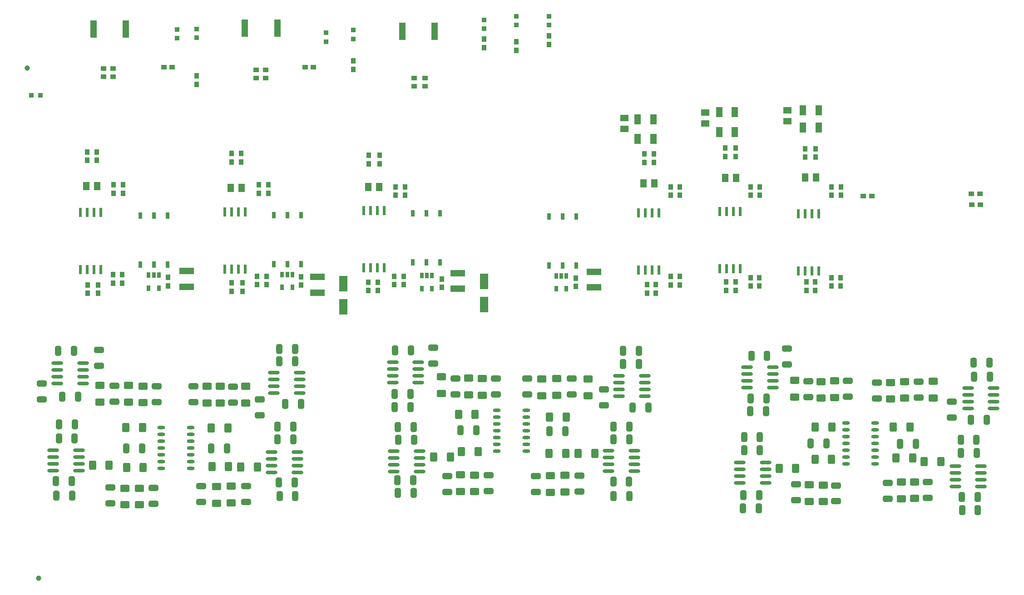
<source format=gbr>
%TF.GenerationSoftware,KiCad,Pcbnew,(5.99.0-10177-gd878cbddbc)*%
%TF.CreationDate,2021-05-16T23:38:29+02:00*%
%TF.ProjectId,PowerMeterDeng,506f7765-724d-4657-9465-7244656e672e,rev?*%
%TF.SameCoordinates,Original*%
%TF.FileFunction,Paste,Top*%
%TF.FilePolarity,Positive*%
%FSLAX46Y46*%
G04 Gerber Fmt 4.6, Leading zero omitted, Abs format (unit mm)*
G04 Created by KiCad (PCBNEW (5.99.0-10177-gd878cbddbc)) date 2021-05-16 23:38:29*
%MOMM*%
%LPD*%
G01*
G04 APERTURE LIST*
G04 Aperture macros list*
%AMRoundRect*
0 Rectangle with rounded corners*
0 $1 Rounding radius*
0 $2 $3 $4 $5 $6 $7 $8 $9 X,Y pos of 4 corners*
0 Add a 4 corners polygon primitive as box body*
4,1,4,$2,$3,$4,$5,$6,$7,$8,$9,$2,$3,0*
0 Add four circle primitives for the rounded corners*
1,1,$1+$1,$2,$3*
1,1,$1+$1,$4,$5*
1,1,$1+$1,$6,$7*
1,1,$1+$1,$8,$9*
0 Add four rect primitives between the rounded corners*
20,1,$1+$1,$2,$3,$4,$5,0*
20,1,$1+$1,$4,$5,$6,$7,0*
20,1,$1+$1,$6,$7,$8,$9,0*
20,1,$1+$1,$8,$9,$2,$3,0*%
G04 Aperture macros list end*
%ADD10R,0.939800X0.990600*%
%ADD11O,2.200001X0.599999*%
%ADD12RoundRect,0.250000X0.400000X0.625000X-0.400000X0.625000X-0.400000X-0.625000X0.400000X-0.625000X0*%
%ADD13RoundRect,0.250000X-0.650000X0.325000X-0.650000X-0.325000X0.650000X-0.325000X0.650000X0.325000X0*%
%ADD14RoundRect,0.249550X-0.650450X0.325450X-0.650450X-0.325450X0.650450X-0.325450X0.650450X0.325450X0*%
%ADD15RoundRect,0.250000X-0.400000X-0.625000X0.400000X-0.625000X0.400000X0.625000X-0.400000X0.625000X0*%
%ADD16RoundRect,0.250000X0.650000X-0.325000X0.650000X0.325000X-0.650000X0.325000X-0.650000X-0.325000X0*%
%ADD17RoundRect,0.249550X0.650450X-0.325450X0.650450X0.325450X-0.650450X0.325450X-0.650450X-0.325450X0*%
%ADD18RoundRect,0.250000X0.625000X-0.400000X0.625000X0.400000X-0.625000X0.400000X-0.625000X-0.400000X0*%
%ADD19RoundRect,0.250000X0.325000X0.650000X-0.325000X0.650000X-0.325000X-0.650000X0.325000X-0.650000X0*%
%ADD20RoundRect,0.249550X0.325450X0.650450X-0.325450X0.650450X-0.325450X-0.650450X0.325450X-0.650450X0*%
%ADD21R,0.990600X0.939800*%
%ADD22R,2.692400X1.295400*%
%ADD23R,0.812800X0.812800*%
%ADD24RoundRect,0.250000X-0.325000X-0.650000X0.325000X-0.650000X0.325000X0.650000X-0.325000X0.650000X0*%
%ADD25RoundRect,0.249550X-0.325450X-0.650450X0.325450X-0.650450X0.325450X0.650450X-0.325450X0.650450X0*%
%ADD26RoundRect,0.249600X-0.625400X0.400400X-0.625400X-0.400400X0.625400X-0.400400X0.625400X0.400400X0*%
%ADD27RoundRect,0.250000X-0.625000X0.400000X-0.625000X-0.400000X0.625000X-0.400000X0.625000X0.400000X0*%
%ADD28R,1.295400X1.828800*%
%ADD29R,1.210000X3.320000*%
%ADD30R,0.635000X1.270000*%
%ADD31RoundRect,0.249600X0.625400X-0.400400X0.625400X0.400400X-0.625400X0.400400X-0.625400X-0.400400X0*%
%ADD32R,0.635000X1.092200*%
%ADD33R,0.600000X1.800000*%
%ADD34C,0.990600*%
%ADD35R,1.270000X1.600200*%
%ADD36R,1.600200X1.270000*%
%ADD37O,1.450000X0.599999*%
%ADD38R,1.574800X2.997200*%
G04 APERTURE END LIST*
D10*
%TO.C,R4*%
X93786800Y-49199800D03*
X93786800Y-50774600D03*
%TD*%
%TO.C,C43*%
X217459400Y-55727600D03*
X217459400Y-57302400D03*
%TD*%
D11*
%TO.C,U31*%
X148997199Y-88458400D03*
X148997199Y-89728400D03*
X148997199Y-90998400D03*
X148997199Y-92268400D03*
X153797199Y-92268400D03*
X153797199Y-90998400D03*
X153797199Y-89728400D03*
X153797199Y-88458400D03*
%TD*%
D12*
%TO.C,R109*%
X181357200Y-98651200D03*
X178257200Y-98651200D03*
%TD*%
D11*
%TO.C,U29*%
X131228800Y-108991400D03*
X131228800Y-107721400D03*
X131228800Y-106451400D03*
X131228800Y-105181400D03*
X126428800Y-105181400D03*
X126428800Y-106451400D03*
X126428800Y-107721400D03*
X126428800Y-108991400D03*
%TD*%
D13*
%TO.C,C196*%
X188422999Y-93518600D03*
D14*
X188422999Y-96468600D03*
%TD*%
D13*
%TO.C,C24*%
X96367600Y-111783000D03*
D14*
X96367600Y-114733000D03*
%TD*%
D15*
%TO.C,R30*%
X99237200Y-100584000D03*
X102337200Y-100584000D03*
%TD*%
D16*
%TO.C,C210*%
X222478600Y-88876400D03*
D17*
X222478600Y-85926400D03*
%TD*%
D15*
%TO.C,R113*%
X178155600Y-105458400D03*
X181255600Y-105458400D03*
%TD*%
D18*
%TO.C,R50*%
X116179600Y-114732400D03*
X116179600Y-111632400D03*
%TD*%
D19*
%TO.C,C222*%
X257913400Y-105333800D03*
D20*
X254963400Y-105333800D03*
%TD*%
D21*
%TO.C,FB6*%
X155051600Y-35458400D03*
X155051600Y-36931600D03*
%TD*%
D20*
%TO.C,C186*%
X118111800Y-104495600D03*
D19*
X115161800Y-104495600D03*
%TD*%
%TO.C,C223*%
X257862600Y-102920800D03*
D20*
X254912600Y-102920800D03*
%TD*%
D13*
%TO.C,C22*%
X105003600Y-92911400D03*
X105003600Y-95861400D03*
%TD*%
D10*
%TO.C,C31*%
X98739800Y-55346600D03*
X98739800Y-56921400D03*
%TD*%
D15*
%TO.C,R112*%
X183609399Y-105433000D03*
X186709399Y-105433000D03*
%TD*%
%TO.C,R42*%
X115188400Y-100736400D03*
X118288400Y-100736400D03*
%TD*%
D19*
%TO.C,C215*%
X260252000Y-88504200D03*
D20*
X257302000Y-88504200D03*
%TD*%
D22*
%TO.C,C25*%
X161096800Y-74726800D03*
X161096800Y-71831200D03*
%TD*%
D23*
%TO.C,D2*%
X108772800Y-27990800D03*
X108772800Y-26365200D03*
%TD*%
D12*
%TO.C,R46*%
X123774800Y-108000800D03*
X120674800Y-108000800D03*
%TD*%
D23*
%TO.C,D6*%
X166049800Y-26212800D03*
X166049800Y-24587200D03*
%TD*%
D12*
%TO.C,R48*%
X118390000Y-107899200D03*
X115290000Y-107899200D03*
%TD*%
D24*
%TO.C,C213*%
X215745800Y-95224600D03*
D25*
X218695800Y-95224600D03*
%TD*%
D26*
%TO.C,R110*%
X179629400Y-91487800D03*
D27*
X179629400Y-94587800D03*
%TD*%
D24*
%TO.C,C204*%
X190194000Y-113434000D03*
D25*
X193144000Y-113434000D03*
%TD*%
D10*
%TO.C,C56*%
X151038400Y-72415400D03*
X151038400Y-73990200D03*
%TD*%
%TO.C,C62*%
X217383200Y-72669400D03*
X217383200Y-74244200D03*
%TD*%
D19*
%TO.C,C202*%
X193144000Y-100454600D03*
D20*
X190194000Y-100454600D03*
%TD*%
D10*
%TO.C,C38*%
X151292400Y-55727600D03*
X151292400Y-57302400D03*
%TD*%
D28*
%TO.C,R72*%
X209890200Y-41808400D03*
X212785800Y-41808400D03*
%TD*%
D22*
%TO.C,C14*%
X134934800Y-75438000D03*
X134934800Y-72542400D03*
%TD*%
D21*
%TO.C,C52*%
X256921000Y-57048400D03*
X258495800Y-57048400D03*
%TD*%
D10*
%TO.C,C5*%
X107121800Y-74193400D03*
X107121800Y-72618600D03*
%TD*%
%TO.C,R26*%
X146593400Y-49860200D03*
X146593400Y-51435000D03*
%TD*%
%TO.C,R57*%
X178140200Y-27584400D03*
X178140200Y-29159200D03*
%TD*%
D18*
%TO.C,R111*%
X176759200Y-94664000D03*
X176759200Y-91564000D03*
%TD*%
D10*
%TO.C,C8*%
X149539800Y-57302400D03*
X149539800Y-55727600D03*
%TD*%
D28*
%TO.C,R84*%
X225511200Y-44627800D03*
X228406800Y-44627800D03*
%TD*%
D27*
%TO.C,R131*%
X241858800Y-92201400D03*
X241858800Y-95301400D03*
%TD*%
D29*
%TO.C,R9*%
X121435000Y-26111200D03*
X127485000Y-26111200D03*
%TD*%
D19*
%TO.C,C207*%
X164569000Y-101165800D03*
D20*
X161619000Y-101165800D03*
%TD*%
D15*
%TO.C,R129*%
X242340800Y-100558600D03*
X245440800Y-100558600D03*
%TD*%
D10*
%TO.C,C3*%
X124012800Y-56921400D03*
X124012800Y-55346600D03*
%TD*%
D27*
%TO.C,R36*%
X99060000Y-111937200D03*
D26*
X99060000Y-115037200D03*
%TD*%
D18*
%TO.C,R38*%
X121564400Y-96038000D03*
X121564400Y-92938000D03*
%TD*%
D12*
%TO.C,R132*%
X224155600Y-108204000D03*
X221055600Y-108204000D03*
%TD*%
D24*
%TO.C,C212*%
X215644200Y-97586800D03*
D25*
X218594200Y-97586800D03*
%TD*%
D10*
%TO.C,C64*%
X215706800Y-74244200D03*
X215706800Y-72669400D03*
%TD*%
D24*
%TO.C,C216*%
X256794000Y-99197600D03*
D25*
X259744000Y-99197600D03*
%TD*%
D19*
%TO.C,C227*%
X229870000Y-103581200D03*
D20*
X226920000Y-103581200D03*
%TD*%
D30*
%TO.C,T2*%
X126806800Y-70104000D03*
X129346800Y-70104000D03*
X131886800Y-70104000D03*
X131886800Y-60985400D03*
X129346800Y-60985400D03*
X126806800Y-60985400D03*
%TD*%
D31*
%TO.C,R122*%
X161664399Y-112545000D03*
D18*
X161664399Y-109445000D03*
%TD*%
D13*
%TO.C,C164*%
X248742200Y-110793000D03*
D14*
X248742200Y-113743000D03*
%TD*%
D13*
%TO.C,C48*%
X159175199Y-109672400D03*
D14*
X159175199Y-112622400D03*
%TD*%
D22*
%TO.C,C50*%
X186547600Y-74472800D03*
X186547600Y-71577200D03*
%TD*%
D16*
%TO.C,C35*%
X119227600Y-95963000D03*
D17*
X119227600Y-93013000D03*
%TD*%
D13*
%TO.C,C29*%
X104444800Y-111910600D03*
X104444800Y-114860600D03*
%TD*%
D10*
%TO.C,C19*%
X230819800Y-57302400D03*
X230819800Y-55727600D03*
%TD*%
D19*
%TO.C,C191*%
X152440399Y-86223200D03*
D20*
X149490399Y-86223200D03*
%TD*%
D30*
%TO.C,T1*%
X101914800Y-70231000D03*
X104454800Y-70231000D03*
X106994800Y-70231000D03*
X106994800Y-61112400D03*
X104454800Y-61112400D03*
X101914800Y-61112400D03*
%TD*%
D21*
%TO.C,FB5*%
X153019600Y-35458400D03*
X153019600Y-36931600D03*
%TD*%
D11*
%TO.C,U36*%
X215074800Y-89357200D03*
X215074800Y-90627200D03*
X215074800Y-91897200D03*
X215074800Y-93167200D03*
X219874800Y-93167200D03*
X219874800Y-91897200D03*
X219874800Y-90627200D03*
X219874800Y-89357200D03*
%TD*%
D13*
%TO.C,C41*%
X175685199Y-109672400D03*
X175685199Y-112622400D03*
%TD*%
D16*
%TO.C,C158*%
X226517200Y-94947000D03*
D17*
X226517200Y-91997000D03*
%TD*%
D32*
%TO.C,U4*%
X130286600Y-72085200D03*
X129346800Y-72085200D03*
X128407000Y-72085200D03*
X128407000Y-74472800D03*
X130286600Y-74472800D03*
%TD*%
D27*
%TO.C,R115*%
X178402999Y-109622800D03*
X178402999Y-112722800D03*
%TD*%
D32*
%TO.C,U10*%
X181391400Y-72339200D03*
X180451600Y-72339200D03*
X179511800Y-72339200D03*
X179511800Y-74726800D03*
X181391400Y-74726800D03*
%TD*%
D33*
%TO.C,U12*%
X213791800Y-60309700D03*
X212521800Y-60309700D03*
X211251800Y-60309700D03*
X209981800Y-60309700D03*
X209981800Y-70969700D03*
X211251800Y-70969700D03*
X212521800Y-70969700D03*
X213791800Y-70969700D03*
%TD*%
D19*
%TO.C,C183*%
X130508800Y-100482400D03*
D20*
X127558800Y-100482400D03*
%TD*%
D19*
%TO.C,C219*%
X217476600Y-102387400D03*
D20*
X214526600Y-102387400D03*
%TD*%
D34*
%TO.C,FID1*%
X80832800Y-33528000D03*
%TD*%
D10*
%TO.C,R12*%
X118932800Y-73634600D03*
X118932800Y-75209400D03*
%TD*%
D34*
%TO.C,FID2*%
X83007200Y-128727200D03*
%TD*%
D19*
%TO.C,C194*%
X194940199Y-86281400D03*
D20*
X191990199Y-86281400D03*
%TD*%
D10*
%TO.C,R3*%
X92135800Y-74015600D03*
X92135800Y-75590400D03*
%TD*%
D32*
%TO.C,U2*%
X105394600Y-72212200D03*
X104454800Y-72212200D03*
X103515000Y-72212200D03*
X103515000Y-74599800D03*
X105394600Y-74599800D03*
%TD*%
D11*
%TO.C,U33*%
X195992199Y-94790400D03*
X195992199Y-93520400D03*
X195992199Y-92250400D03*
X195992199Y-90980400D03*
X191192199Y-90980400D03*
X191192199Y-92250400D03*
X191192199Y-93520400D03*
X191192199Y-94790400D03*
%TD*%
D16*
%TO.C,C37*%
X113284000Y-114505000D03*
X113284000Y-111555000D03*
%TD*%
D10*
%TO.C,C70*%
X230845200Y-74218800D03*
X230845200Y-72644000D03*
%TD*%
D11*
%TO.C,U28*%
X131686000Y-94208600D03*
X131686000Y-92938600D03*
X131686000Y-91668600D03*
X131686000Y-90398600D03*
X126886000Y-90398600D03*
X126886000Y-91668600D03*
X126886000Y-92938600D03*
X126886000Y-94208600D03*
%TD*%
D24*
%TO.C,C197*%
X193735598Y-96898600D03*
D25*
X196685598Y-96898600D03*
%TD*%
D35*
%TO.C,C2*%
X93913800Y-55575200D03*
X91881800Y-55575200D03*
%TD*%
D10*
%TO.C,R86*%
X225917600Y-48615600D03*
X225917600Y-50190400D03*
%TD*%
D23*
%TO.C,D11*%
X178191000Y-25501600D03*
X178191000Y-23876000D03*
%TD*%
D18*
%TO.C,R118*%
X163195600Y-94537000D03*
D31*
X163195600Y-91437000D03*
%TD*%
D35*
%TO.C,C61*%
X213039800Y-54076600D03*
X211007800Y-54076600D03*
%TD*%
D11*
%TO.C,U37*%
X261075400Y-97089400D03*
X261075400Y-95819400D03*
X261075400Y-94549400D03*
X261075400Y-93279400D03*
X256275400Y-93279400D03*
X256275400Y-94549400D03*
X256275400Y-95819400D03*
X256275400Y-97089400D03*
%TD*%
D10*
%TO.C,C54*%
X125460600Y-72415400D03*
X125460600Y-73990200D03*
%TD*%
D15*
%TO.C,R125*%
X227761200Y-100558600D03*
X230861200Y-100558600D03*
%TD*%
D35*
%TO.C,C9*%
X120863200Y-55880000D03*
X118831200Y-55880000D03*
%TD*%
D10*
%TO.C,R7*%
X112455800Y-35026600D03*
X112455800Y-36601400D03*
%TD*%
D22*
%TO.C,C6*%
X110550800Y-74345800D03*
X110550800Y-71450200D03*
%TD*%
D24*
%TO.C,C225*%
X255141200Y-113614200D03*
D25*
X258091200Y-113614200D03*
%TD*%
D20*
%TO.C,C206*%
X181180600Y-101267400D03*
D19*
X178230600Y-101267400D03*
%TD*%
D26*
%TO.C,R126*%
X228879400Y-92049000D03*
D27*
X228879400Y-95149000D03*
%TD*%
D24*
%TO.C,C200*%
X149972999Y-112842400D03*
D25*
X152922999Y-112842400D03*
%TD*%
D18*
%TO.C,R139*%
X243840000Y-113919600D03*
X243840000Y-110819600D03*
%TD*%
D24*
%TO.C,C172*%
X87374200Y-94843600D03*
D25*
X90324200Y-94843600D03*
%TD*%
D33*
%TO.C,U3*%
X121539000Y-60411300D03*
X120269000Y-60411300D03*
X118999000Y-60411300D03*
X117729000Y-60411300D03*
X117729000Y-71071300D03*
X118999000Y-71071300D03*
X120269000Y-71071300D03*
X121539000Y-71071300D03*
%TD*%
D10*
%TO.C,C11*%
X200847800Y-57302400D03*
X200847800Y-55727600D03*
%TD*%
%TO.C,R5*%
X94040800Y-74015600D03*
X94040800Y-75590400D03*
%TD*%
D11*
%TO.C,U38*%
X213703200Y-107111800D03*
X213703200Y-108381800D03*
X213703200Y-109651800D03*
X213703200Y-110921800D03*
X218503200Y-110921800D03*
X218503200Y-109651800D03*
X218503200Y-108381800D03*
X218503200Y-107111800D03*
%TD*%
D18*
%TO.C,R116*%
X158115600Y-94283000D03*
X158115600Y-91183000D03*
%TD*%
D21*
%TO.C,C53*%
X256971800Y-59029600D03*
X258546600Y-59029600D03*
%TD*%
D10*
%TO.C,C45*%
X98587400Y-72110600D03*
X98587400Y-73685400D03*
%TD*%
D24*
%TO.C,C220*%
X214323400Y-115671600D03*
D25*
X217273400Y-115671600D03*
%TD*%
D13*
%TO.C,C156*%
X183863999Y-109621600D03*
D14*
X183863999Y-112571600D03*
%TD*%
D11*
%TO.C,U26*%
X86500000Y-88569800D03*
X86500000Y-89839800D03*
X86500000Y-91109800D03*
X86500000Y-92379800D03*
X91300000Y-92379800D03*
X91300000Y-91109800D03*
X91300000Y-89839800D03*
X91300000Y-88569800D03*
%TD*%
D16*
%TO.C,C170*%
X94234000Y-89105000D03*
D17*
X94234000Y-86155000D03*
%TD*%
D27*
%TO.C,R114*%
X181146199Y-109546600D03*
D26*
X181146199Y-112646600D03*
%TD*%
D10*
%TO.C,R77*%
X212912800Y-48463200D03*
X212912800Y-50038000D03*
%TD*%
%TO.C,R55*%
X172018800Y-28676600D03*
X172018800Y-30251400D03*
%TD*%
D16*
%TO.C,C40*%
X160706400Y-94411200D03*
D17*
X160706400Y-91461200D03*
%TD*%
D10*
%TO.C,C13*%
X131886800Y-74066400D03*
X131886800Y-72491600D03*
%TD*%
D19*
%TO.C,C214*%
X260328200Y-91120400D03*
D20*
X257378200Y-91120400D03*
%TD*%
D24*
%TO.C,C224*%
X255166600Y-116001800D03*
D25*
X258116600Y-116001800D03*
%TD*%
D36*
%TO.C,R59*%
X192211800Y-42849800D03*
X192211800Y-44881800D03*
%TD*%
D23*
%TO.C,D1*%
X81671000Y-38608000D03*
X83296600Y-38608000D03*
%TD*%
D11*
%TO.C,U32*%
X149225799Y-104993800D03*
X149225799Y-106263800D03*
X149225799Y-107533800D03*
X149225799Y-108803800D03*
X154025799Y-108803800D03*
X154025799Y-107533800D03*
X154025799Y-106263800D03*
X154025799Y-104993800D03*
%TD*%
D10*
%TO.C,C1*%
X96961800Y-56921400D03*
X96961800Y-55346600D03*
%TD*%
%TO.C,R65*%
X197672800Y-49606200D03*
X197672800Y-51181000D03*
%TD*%
D11*
%TO.C,U39*%
X258699000Y-111633000D03*
X258699000Y-110363000D03*
X258699000Y-109093000D03*
X258699000Y-107823000D03*
X253899000Y-107823000D03*
X253899000Y-109093000D03*
X253899000Y-110363000D03*
X253899000Y-111633000D03*
%TD*%
D19*
%TO.C,C211*%
X218822800Y-87249000D03*
D20*
X215872800Y-87249000D03*
%TD*%
D21*
%TO.C,FB4*%
X125333600Y-33934400D03*
X125333600Y-35407600D03*
%TD*%
D19*
%TO.C,C171*%
X89613000Y-86309200D03*
D20*
X86663000Y-86309200D03*
%TD*%
D21*
%TO.C,FB2*%
X96885600Y-33680400D03*
X96885600Y-35153600D03*
%TD*%
D10*
%TO.C,R23*%
X144459800Y-73507600D03*
X144459800Y-75082400D03*
%TD*%
D16*
%TO.C,C155*%
X168224800Y-94462000D03*
X168224800Y-91512000D03*
%TD*%
D23*
%TO.C,D4*%
X136585800Y-28625800D03*
X136585800Y-27000200D03*
%TD*%
D10*
%TO.C,R15*%
X120964800Y-73634600D03*
X120964800Y-75209400D03*
%TD*%
D24*
%TO.C,C184*%
X127912600Y-113385600D03*
D25*
X130862600Y-113385600D03*
%TD*%
D24*
%TO.C,C180*%
X86205800Y-110591600D03*
D25*
X89155800Y-110591600D03*
%TD*%
D27*
%TO.C,R123*%
X164280599Y-109495800D03*
X164280599Y-112595800D03*
%TD*%
D10*
%TO.C,R74*%
X211007800Y-48463200D03*
X211007800Y-50038000D03*
%TD*%
D19*
%TO.C,C199*%
X152948399Y-100498000D03*
D20*
X149998399Y-100498000D03*
%TD*%
D35*
%TO.C,C55*%
X197799800Y-55092600D03*
X195767800Y-55092600D03*
%TD*%
D24*
%TO.C,C205*%
X190143200Y-110665400D03*
D25*
X193093200Y-110665400D03*
%TD*%
D28*
%TO.C,R85*%
X225511200Y-41402000D03*
X228406800Y-41402000D03*
%TD*%
D13*
%TO.C,C177*%
X124206000Y-95400600D03*
D14*
X124206000Y-98350600D03*
%TD*%
D36*
%TO.C,R83*%
X222615600Y-41478200D03*
X222615600Y-43510200D03*
%TD*%
D27*
%TO.C,R134*%
X226669600Y-111301900D03*
D26*
X226669600Y-114401900D03*
%TD*%
D23*
%TO.C,D3*%
X112455800Y-26289000D03*
X112455800Y-27914600D03*
%TD*%
%TO.C,D9*%
X172095000Y-23901400D03*
X172095000Y-25527000D03*
%TD*%
D13*
%TO.C,C163*%
X231698800Y-111427700D03*
X231698800Y-114377700D03*
%TD*%
D10*
%TO.C,C67*%
X232521600Y-72644000D03*
X232521600Y-74218800D03*
%TD*%
%TO.C,R63*%
X195894800Y-49606200D03*
X195894800Y-51181000D03*
%TD*%
D27*
%TO.C,R124*%
X223951800Y-91820400D03*
X223951800Y-94920400D03*
%TD*%
D33*
%TO.C,U11*%
X198653400Y-60563700D03*
X197383400Y-60563700D03*
X196113400Y-60563700D03*
X194843400Y-60563700D03*
X194843400Y-71223700D03*
X196113400Y-71223700D03*
X197383400Y-71223700D03*
X198653400Y-71223700D03*
%TD*%
D10*
%TO.C,R64*%
X196402800Y-73990200D03*
X196402800Y-75565000D03*
%TD*%
D15*
%TO.C,R120*%
X156659399Y-106093400D03*
X159759399Y-106093400D03*
%TD*%
D20*
%TO.C,C226*%
X246534200Y-103632000D03*
D19*
X243584200Y-103632000D03*
%TD*%
D10*
%TO.C,R75*%
X211134800Y-73482200D03*
X211134800Y-75057000D03*
%TD*%
D12*
%TO.C,R137*%
X245948800Y-106324400D03*
X242848800Y-106324400D03*
%TD*%
D21*
%TO.C,FB3*%
X123555600Y-33934400D03*
X123555600Y-35407600D03*
%TD*%
D19*
%TO.C,C174*%
X130810000Y-88265000D03*
D20*
X127860000Y-88265000D03*
%TD*%
D18*
%TO.C,R135*%
X229285800Y-114452700D03*
X229285800Y-111352700D03*
%TD*%
D24*
%TO.C,C185*%
X127811000Y-110896400D03*
D25*
X130761000Y-110896400D03*
%TD*%
D19*
%TO.C,C182*%
X130456200Y-102819200D03*
D20*
X127506200Y-102819200D03*
%TD*%
D27*
%TO.C,R32*%
X102463600Y-92887200D03*
X102463600Y-95987200D03*
%TD*%
D12*
%TO.C,R117*%
X164390000Y-98168600D03*
X161290000Y-98168600D03*
%TD*%
D28*
%TO.C,R61*%
X194701000Y-46786800D03*
X197596600Y-46786800D03*
%TD*%
D10*
%TO.C,C12*%
X123733400Y-73990200D03*
X123733400Y-72415400D03*
%TD*%
D16*
%TO.C,C21*%
X97129600Y-95810600D03*
D17*
X97129600Y-92860600D03*
%TD*%
D18*
%TO.C,R43*%
X116840000Y-96038000D03*
D31*
X116840000Y-92938000D03*
%TD*%
D11*
%TO.C,U34*%
X194069000Y-108735000D03*
X194069000Y-107465000D03*
X194069000Y-106195000D03*
X194069000Y-104925000D03*
X189269000Y-104925000D03*
X189269000Y-106195000D03*
X189269000Y-107465000D03*
X189269000Y-108735000D03*
%TD*%
D37*
%TO.C,U25*%
X105885399Y-100584000D03*
X105885399Y-101854000D03*
X105885399Y-103124000D03*
X105885399Y-104394000D03*
X105885399Y-105664000D03*
X105885399Y-106934000D03*
X105885399Y-108204000D03*
X111335398Y-108204000D03*
X111335398Y-106934000D03*
X111335398Y-105664000D03*
X111335398Y-104394000D03*
X111335398Y-103124000D03*
X111335398Y-101854000D03*
X111335398Y-100584000D03*
%TD*%
D10*
%TO.C,R66*%
X198053800Y-73990200D03*
X198053800Y-75565000D03*
%TD*%
D12*
%TO.C,R35*%
X102489600Y-108102400D03*
X99389600Y-108102400D03*
%TD*%
D24*
%TO.C,C201*%
X149896799Y-110454800D03*
D25*
X152846799Y-110454800D03*
%TD*%
D24*
%TO.C,C192*%
X149337999Y-96789600D03*
D25*
X152287999Y-96789600D03*
%TD*%
D21*
%TO.C,C52*%
X236778800Y-57454800D03*
X238353600Y-57454800D03*
%TD*%
D13*
%TO.C,C173*%
X83616800Y-92403400D03*
D14*
X83616800Y-95353400D03*
%TD*%
D38*
%TO.C,C28*%
X166024400Y-73329800D03*
X166024400Y-77698600D03*
%TD*%
D10*
%TO.C,R25*%
X146237800Y-73507600D03*
X146237800Y-75082400D03*
%TD*%
D28*
%TO.C,R60*%
X194701000Y-43103800D03*
X197596600Y-43103800D03*
%TD*%
D11*
%TO.C,U27*%
X85738000Y-104825800D03*
X85738000Y-106095800D03*
X85738000Y-107365800D03*
X85738000Y-108635800D03*
X90538000Y-108635800D03*
X90538000Y-107365800D03*
X90538000Y-106095800D03*
X90538000Y-104825800D03*
%TD*%
D10*
%TO.C,C49*%
X183118600Y-74320400D03*
X183118600Y-72745600D03*
%TD*%
%TO.C,R24*%
X144561400Y-49860200D03*
X144561400Y-51435000D03*
%TD*%
D35*
%TO.C,C18*%
X146466400Y-55727600D03*
X144434400Y-55727600D03*
%TD*%
D31*
%TO.C,R49*%
X118922800Y-114681600D03*
D18*
X118922800Y-111581600D03*
%TD*%
%TO.C,R130*%
X244449600Y-95149000D03*
D31*
X244449600Y-92049000D03*
%TD*%
D37*
%TO.C,U30*%
X168446199Y-97406600D03*
X168446199Y-98676600D03*
X168446199Y-99946600D03*
X168446199Y-101216600D03*
X168446199Y-102486600D03*
X168446199Y-103756600D03*
X168446199Y-105026600D03*
X173896198Y-105026600D03*
X173896198Y-103756600D03*
X173896198Y-102486600D03*
X173896198Y-101216600D03*
X173896198Y-99946600D03*
X173896198Y-98676600D03*
X173896198Y-97406600D03*
%TD*%
D35*
%TO.C,C68*%
X227949600Y-53975000D03*
X225917600Y-53975000D03*
%TD*%
D21*
%TO.C,FB1*%
X95107600Y-33680400D03*
X95107600Y-35153600D03*
%TD*%
D10*
%TO.C,C42*%
X202575000Y-55727600D03*
X202575000Y-57302400D03*
%TD*%
D16*
%TO.C,C160*%
X239318800Y-95175600D03*
X239318800Y-92225600D03*
%TD*%
%TO.C,C161*%
X247065800Y-95023200D03*
D17*
X247065800Y-92073200D03*
%TD*%
D10*
%TO.C,R33*%
X166049800Y-28168600D03*
X166049800Y-29743400D03*
%TD*%
D14*
%TO.C,C36*%
X121666000Y-111555000D03*
X121666000Y-114505000D03*
%TD*%
D12*
%TO.C,R136*%
X251180600Y-106959400D03*
X248080600Y-106959400D03*
%TD*%
D16*
%TO.C,C190*%
X156558999Y-88670800D03*
D17*
X156558999Y-85720800D03*
%TD*%
D13*
%TO.C,C217*%
X253267000Y-95837700D03*
D14*
X253267000Y-98787700D03*
%TD*%
D33*
%TO.C,U1*%
X94615000Y-60462100D03*
X93345000Y-60462100D03*
X92075000Y-60462100D03*
X90805000Y-60462100D03*
X90805000Y-71122100D03*
X92075000Y-71122100D03*
X93345000Y-71122100D03*
X94615000Y-71122100D03*
%TD*%
D24*
%TO.C,C221*%
X214374200Y-113233200D03*
D25*
X217324200Y-113233200D03*
%TD*%
D10*
%TO.C,C17*%
X215706800Y-57302400D03*
X215706800Y-55727600D03*
%TD*%
D16*
%TO.C,C34*%
X111861600Y-95912200D03*
X111861600Y-92962200D03*
%TD*%
D13*
%TO.C,C162*%
X224180400Y-111249900D03*
D14*
X224180400Y-114199900D03*
%TD*%
D19*
%TO.C,C175*%
X130811800Y-85953600D03*
D20*
X127861800Y-85953600D03*
%TD*%
D10*
%TO.C,C23*%
X158201200Y-74498200D03*
X158201200Y-72923400D03*
%TD*%
D27*
%TO.C,R29*%
X94437200Y-92785600D03*
X94437200Y-95885600D03*
%TD*%
D18*
%TO.C,R37*%
X101752400Y-115037200D03*
X101752400Y-111937200D03*
%TD*%
D15*
%TO.C,R121*%
X161816199Y-105128200D03*
X164916199Y-105128200D03*
%TD*%
D27*
%TO.C,R45*%
X114401600Y-92938000D03*
X114401600Y-96038000D03*
%TD*%
D12*
%TO.C,R34*%
X96139600Y-107645200D03*
X93039600Y-107645200D03*
%TD*%
D10*
%TO.C,R14*%
X120736200Y-49504600D03*
X120736200Y-51079400D03*
%TD*%
%TO.C,C33*%
X125790800Y-55346600D03*
X125790800Y-56921400D03*
%TD*%
D13*
%TO.C,C39*%
X174066800Y-91461200D03*
X174066800Y-94411200D03*
%TD*%
D16*
%TO.C,C157*%
X166922199Y-112495400D03*
X166922199Y-109545400D03*
%TD*%
%TO.C,C165*%
X241350800Y-113895400D03*
X241350800Y-110945400D03*
%TD*%
D10*
%TO.C,C57*%
X200847800Y-74041000D03*
X200847800Y-72466200D03*
%TD*%
D36*
%TO.C,R71*%
X207274000Y-41833800D03*
X207274000Y-43865800D03*
%TD*%
D27*
%TO.C,R127*%
X231368600Y-91896600D03*
X231368600Y-94996600D03*
%TD*%
D38*
%TO.C,C16*%
X139760800Y-73761600D03*
X139760800Y-78130400D03*
%TD*%
D19*
%TO.C,C203*%
X193144000Y-102816800D03*
D20*
X190194000Y-102816800D03*
%TD*%
D10*
%TO.C,C20*%
X149311200Y-73990200D03*
X149311200Y-72415400D03*
%TD*%
%TO.C,C44*%
X232572400Y-55727600D03*
X232572400Y-57302400D03*
%TD*%
D31*
%TO.C,R138*%
X246329200Y-113843400D03*
D18*
X246329200Y-110743400D03*
%TD*%
D21*
%TO.C,R19*%
X134249000Y-33401000D03*
X132674200Y-33401000D03*
%TD*%
D23*
%TO.C,D5*%
X141665800Y-26492200D03*
X141665800Y-28117800D03*
%TD*%
D29*
%TO.C,R1*%
X93190200Y-26263600D03*
X99240200Y-26263600D03*
%TD*%
D33*
%TO.C,U5*%
X147447000Y-60157300D03*
X146177000Y-60157300D03*
X144907000Y-60157300D03*
X143637000Y-60157300D03*
X143637000Y-70817300D03*
X144907000Y-70817300D03*
X146177000Y-70817300D03*
X147447000Y-70817300D03*
%TD*%
D16*
%TO.C,C154*%
X182398000Y-94462000D03*
D17*
X182398000Y-91512000D03*
%TD*%
D37*
%TO.C,U35*%
X233513201Y-99771200D03*
X233513201Y-101041200D03*
X233513201Y-102311200D03*
X233513201Y-103581200D03*
X233513201Y-104851200D03*
X233513201Y-106121200D03*
X233513201Y-107391200D03*
X238963200Y-107391200D03*
X238963200Y-106121200D03*
X238963200Y-104851200D03*
X238963200Y-103581200D03*
X238963200Y-102311200D03*
X238963200Y-101041200D03*
X238963200Y-99771200D03*
%TD*%
D27*
%TO.C,R108*%
X185471400Y-91589400D03*
X185471400Y-94689400D03*
%TD*%
D28*
%TO.C,R73*%
X209890200Y-45491400D03*
X212785800Y-45491400D03*
%TD*%
D10*
%TO.C,R88*%
X227771800Y-73482200D03*
X227771800Y-75057000D03*
%TD*%
%TO.C,R2*%
X92008800Y-49199800D03*
X92008800Y-50774600D03*
%TD*%
%TO.C,R78*%
X212912800Y-73482200D03*
X212912800Y-75057000D03*
%TD*%
D19*
%TO.C,C179*%
X89714600Y-102616000D03*
D20*
X86764600Y-102616000D03*
%TD*%
D10*
%TO.C,C4*%
X96834800Y-73685400D03*
X96834800Y-72110600D03*
%TD*%
D24*
%TO.C,C181*%
X86307400Y-113284000D03*
D25*
X89257400Y-113284000D03*
%TD*%
D26*
%TO.C,R31*%
X99771200Y-92785600D03*
D27*
X99771200Y-95885600D03*
%TD*%
D32*
%TO.C,U6*%
X156321600Y-72288400D03*
X155381800Y-72288400D03*
X154442000Y-72288400D03*
X154442000Y-74676000D03*
X156321600Y-74676000D03*
%TD*%
D19*
%TO.C,C198*%
X153024599Y-102885600D03*
D20*
X150074599Y-102885600D03*
%TD*%
D10*
%TO.C,R11*%
X118958200Y-49504600D03*
X118958200Y-51079400D03*
%TD*%
%TO.C,R21*%
X141665800Y-32232600D03*
X141665800Y-33807400D03*
%TD*%
D21*
%TO.C,R6*%
X107909200Y-33401000D03*
X106334400Y-33401000D03*
%TD*%
D33*
%TO.C,U14*%
X228422200Y-60766900D03*
X227152200Y-60766900D03*
X225882200Y-60766900D03*
X224612200Y-60766900D03*
X224612200Y-71426900D03*
X225882200Y-71426900D03*
X227152200Y-71426900D03*
X228422200Y-71426900D03*
%TD*%
D12*
%TO.C,R133*%
X230835800Y-106578400D03*
X227735800Y-106578400D03*
%TD*%
D13*
%TO.C,C159*%
X233857800Y-91946200D03*
X233857800Y-94896200D03*
%TD*%
D29*
%TO.C,R22*%
X150797400Y-26670000D03*
X156847400Y-26670000D03*
%TD*%
D19*
%TO.C,C178*%
X89765400Y-100025200D03*
D20*
X86815400Y-100025200D03*
%TD*%
D10*
%TO.C,R89*%
X227822600Y-48615600D03*
X227822600Y-50190400D03*
%TD*%
D19*
%TO.C,C195*%
X194940199Y-88796000D03*
D20*
X191990199Y-88796000D03*
%TD*%
D10*
%TO.C,R87*%
X226120800Y-73482200D03*
X226120800Y-75057000D03*
%TD*%
D24*
%TO.C,C193*%
X149388799Y-94376600D03*
D25*
X152338799Y-94376600D03*
%TD*%
D30*
%TO.C,T3*%
X152740200Y-69799200D03*
X155280200Y-69799200D03*
X157820200Y-69799200D03*
X157820200Y-60680600D03*
X155280200Y-60680600D03*
X152740200Y-60680600D03*
%TD*%
D24*
%TO.C,C176*%
X128979400Y-96215200D03*
D25*
X131929400Y-96215200D03*
%TD*%
D18*
%TO.C,R128*%
X249758200Y-95098200D03*
X249758200Y-91998200D03*
%TD*%
D30*
%TO.C,T5*%
X178165600Y-70358000D03*
X180705600Y-70358000D03*
X183245600Y-70358000D03*
X183245600Y-61239400D03*
X180705600Y-61239400D03*
X178165600Y-61239400D03*
%TD*%
D10*
%TO.C,C60*%
X202575000Y-72466200D03*
X202575000Y-74041000D03*
%TD*%
D19*
%TO.C,C187*%
X102262200Y-104495600D03*
D20*
X99312200Y-104495600D03*
%TD*%
D18*
%TO.C,R119*%
X165735600Y-94587800D03*
X165735600Y-91487800D03*
%TD*%
D19*
%TO.C,C218*%
X217476600Y-104876600D03*
D20*
X214526600Y-104876600D03*
%TD*%
M02*

</source>
